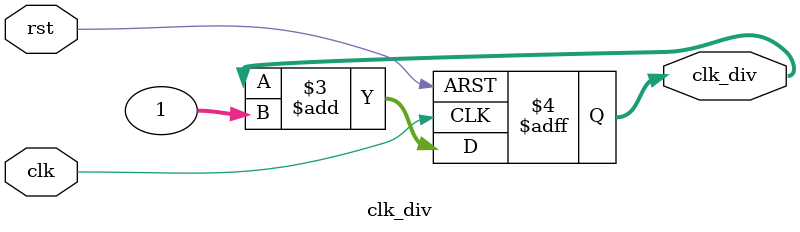
<source format=v>
`timescale 1ns / 1ps
module clk_div(
    input wire clk,              // Clock
    input wire rst,              // Reset
    output reg [31:0] clk_div    // Division result
    );
    
    always @ (posedge clk or negedge rst)
        if (!rst)
            clk_div <= 32'b0;
        else
            clk_div <= clk_div + 1;
    
endmodule

</source>
